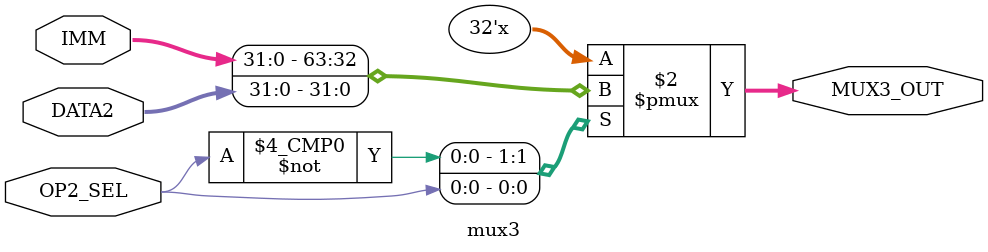
<source format=v>
module mux3(DATA2, IMM, OP2_SEL, MUX3_OUT);

	//0-IMM  1-DATA2
	input[31:0] DATA2, IMM;
	input OP2_SEL;
	
	output reg[31:0] MUX3_OUT;

	always @(OP2_SEL) 
	begin
		#1
		case(OP2_SEL)
		
			1'b0:begin
				MUX3_OUT = IMM;
			end
		
			1'b1:begin
				MUX3_OUT = DATA2;
			end
		endcase		
	end

endmodule

</source>
